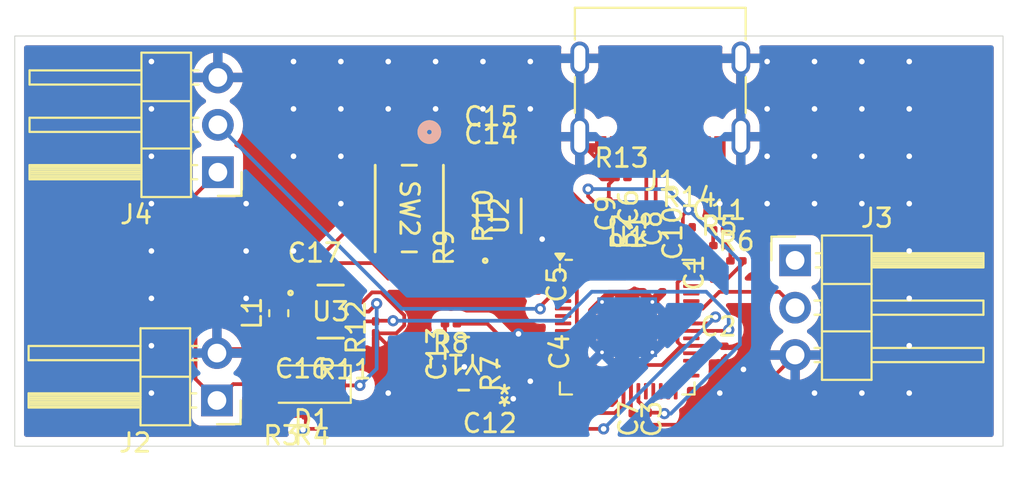
<source format=kicad_pcb>
(kicad_pcb (version 20240108) (generator "pcbnew") (generator_version "8.0")
  (layers (0 "F.Cu" signal) (31 "B.Cu" signal) (34 "B.Paste" user) (35 "F.Paste" user) (36 "B.SilkS" user "B.Silkscreen") (37 "F.SilkS" user "F.Silkscreen") (38 "B.Mask" user) (39 "F.Mask" user) (44 "Edge.Cuts" user))
  (net 0 "")
  (net 1 "/3V3")
  (net 2 "GND")
  (net 3 "/1V1")
  (net 4 "/ADC_AVDD")
  (net 5 "/XIN")
  (net 6 "/XOUT")
  (net 8 "/VSYS")
  (net 9 "/5v")
  (net 10 "/D+")
  (net 12 "/CC2")
  (net 15 "/D-")
  (net 17 "/CC1")
  (net 20 "Net-(U3-LX2)")
  (net 21 "Net-(U3-LX1)")
  (net 22 "Net-(U1-USB_DM)")
  (net 23 "Net-(U1-USB_DP)")
  (net 24 "/GPIO24")
  (net 25 "/ADC_VREF")
  (net 26 "Net-(R7-Pad2)")
  (net 27 "/QSPI_CSN")
  (net 28 "Net-(R9-Pad1)")
  (net 29 "/3V3_EN")
  (net 30 "/GPIO23")
  (net 32 "/QSPI_SD1")
  (net 35 "/LED OUT")
  (net 42 "/QSPI_SD3")
  (net 44 "/RUN")
  (net 49 "/QSPI_SD2")
  (net 55 "/QSPI_SCLK")
  (net 58 "/QSPI_SD0")
  (net 64 "/PWM IN")
  (footprint "Resistor_SMD:R_0201_0603Metric" (layer "F.Cu") (at 129.515 86.07)
    (property "Reference" "R5")
    (property "Value" "1R")
  )
  (footprint "Resistor_SMD:R_0201_0603Metric" (layer "F.Cu") (at 130.43 86.89)
    (property "Reference" "R6")
    (property "Value" "200R")
  )
  (footprint "RT6150B_33GQW:10-WFDFN-EP_RIT" (layer "F.Cu") (at 108.6708 89.610001)
    (property "Reference" "U3")
    (property "Value" "RT6150B-33GQW")
  )
  (footprint "Resistor_SMD:R_0201_0603Metric" (layer "F.Cu") (at 127.895 82.43 180)
    (property "Reference" "R14")
    (property "Value" "5.11K")
  )
  (footprint "Inductor_SMD:L_0603_1608Metric" (layer "F.Cu") (at 105.89 89.697502 90)
    (property "Reference" "L1")
    (property "Value" "L")
  )
  (footprint "PTS815_SJM_250_SMTR_LFS:SW4_PTS815 SJM 250 SMTR LFS_CNK" (layer "F.Cu") (at 112.89 84.0842 -90)
    (property "Reference" "SW2")
    (property "Value" "PTS815 SJM 250 SMTR LFS")
  )
  (footprint "Capacitor_SMD:C_0201_0603Metric" (layer "F.Cu") (at 107.815 87.510002)
    (property "Reference" "C17")
    (property "Value" "0.47uF")
  )
  (footprint "Resistor_SMD:R_0201_0603Metric" (layer "F.Cu") (at 109.415 91.670002 180)
    (property "Reference" "R11")
    (property "Value" "100K")
  )
  (footprint "Capacitor_SMD:C_0201_0603Metric" (layer "F.Cu") (at 126.97 85.155 90)
    (property "Reference" "C8")
    (property "Value" "2u2")
  )
  (footprint "Connector_PinHeader_2.54mm:PinHeader_1x02_P2.54mm_Horizontal" (layer "F.Cu") (at 102.575 94.375 180)
    (property "Reference" "J2")
    (property "Value" "Conn_01x02_Pin")
  )
  (footprint "Capacitor_SMD:C_0201_0603Metric" (layer "F.Cu") (at 124.47 84.355 90)
    (property "Reference" "C9")
    (property "Value" "100nF")
  )
  (footprint "Capacitor_SMD:C_0201_0603Metric" (layer "F.Cu") (at 128.06 85.41 90)
    (property "Reference" "C10")
    (property "Value" "2u2")
  )
  (footprint "Package_DFN_QFN:QFN-56-1EP_7x7mm_P0.4mm_EP3.2x3.2mm_ThermalVias" (layer "F.Cu") (at 124.575 90.445)
    (property "Reference" "U1")
    (property "Value" "RP2040")
  )
  (footprint "Capacitor_SMD:C_0201_0603Metric" (layer "F.Cu") (at 119.895 91.77 -90)
    (property "Reference" "C4")
    (property "Value" "100nF")
  )
  (footprint "Resistor_SMD:R_0201_0603Metric" (layer "F.Cu") (at 111.08 90.455002 90)
    (property "Reference" "R12")
    (property "Value" "100K")
  )
  (footprint "Resistor_SMD:R_0201_0603Metric" (layer "F.Cu") (at 115.8 84.47 -90)
    (property "Reference" "R10")
    (property "Value" "No-Fit")
  )
  (footprint "Capacitor_SMD:C_0201_0603Metric" (layer "F.Cu") (at 129.215 87.52 90)
    (property "Reference" "C1")
    (property "Value" "100nF")
  )
  (footprint "Capacitor_SMD:C_0201_0603Metric" (layer "F.Cu") (at 119.75 88.155 -90)
    (property "Reference" "C5")
    (property "Value" "100nF")
  )
  (footprint "Connector_PinHeader_2.54mm:PinHeader_1x03_P2.54mm_Horizontal" (layer "F.Cu") (at 102.625 82.135 180)
    (property "Reference" "J4")
    (property "Value" "Conn_01x03_Pin")
  )
  (footprint "Resistor_SMD:R_0201_0603Metric" (layer "F.Cu") (at 124.27 82.42)
    (property "Reference" "R13")
    (property "Value" "5.11K")
  )
  (footprint "Capacitor_SMD:C_0201_0603Metric" (layer "F.Cu") (at 117.2037 94.5506 180)
    (property "Reference" "C12")
    (property "Value" "15pF")
  )
  (footprint "W25Q16JVUXIQ_TR:USON-8_UX_2x3x0p6_WIN" (layer "F.Cu") (at 117.71 84.475 90)
    (property "Reference" "U2")
    (property "Value" "W25Q16JVUXIQ TR")
  )
  (footprint "Diode_SMD:D_SOD-123F" (layer "F.Cu") (at 107.54 93.5 180)
    (property "Reference" "D1")
    (property "Value" "D_Schottky")
  )
  (footprint "Resistor_SMD:R_0201_0603Metric" (layer "F.Cu") (at 126.13 85.31 90)
    (property "Reference" "R1")
    (property "Value" "27R")
  )
  (footprint "Capacitor_SMD:C_0201_0603Metric" (layer "F.Cu") (at 129.505 85.22)
    (property "Reference" "C11")
    (property "Value" "2u2")
  )
  (footprint "Resistor_SMD:R_0201_0603Metric" (layer "F.Cu") (at 115.1237 90.2606 180)
    (property "Reference" "R8")
    (property "Value" "63")
  )
  (footprint "ABM8G_12_000MHZ_B4Y_T:CRYSTAL_ABM8G_ABR" (layer "F.Cu") (at 115.81 92.4 180)
    (property "Reference" "Y1")
    (property "Value" "ABM8G-12.000MHZ-B4Y-T")
  )
  (footprint "Capacitor_SMD:C_0201_0603Metric" (layer "F.Cu") (at 129.465 91.47)
    (property "Reference" "C2")
    (property "Value" "100nF")
  )
  (footprint "Connector_USB:USB_C_Receptacle_G-Switch_GT-USB-7010ASV" (layer "F.Cu") (at 126.35 77.105 180)
    (property "Reference" "J1")
    (property "Value" "USB_C_Receptacle_USB2.0_16P")
  )
  (footprint "Connector_PinHeader_2.54mm:PinHeader_1x03_P2.54mm_Horizontal" (layer "F.Cu") (at 133.58 86.86)
    (property "Reference" "J3")
    (property "Value" "Conn_01x03_Pin")
  )
  (footprint "Resistor_SMD:R_0201_0603Metric" (layer "F.Cu") (at 125.3 85.31 90)
    (property "Reference" "R2")
    (property "Value" "27R")
  )
  (footprint "Resistor_SMD:R_0201_0603Metric" (layer "F.Cu") (at 118.3187 92.9456 90)
    (property "Reference" "R7")
    (property "Value" "NO-FIT")
  )
  (footprint "Capacitor_SMD:C_0201_0603Metric" (layer "F.Cu") (at 113.3087 91.8756 -90)
    (property "Reference" "C13")
    (property "Value" "15pF")
  )
  (footprint "Capacitor_SMD:C_0201_0603Metric" (layer "F.Cu") (at 117.28 80.2)
    (property "Reference" "C15")
    (property "Value" "2u2 F")
  )
  (footprint "Resistor_SMD:R_0201_0603Metric" (layer "F.Cu") (at 115.81 86.18 90)
    (property "Reference" "R9")
    (property "Value" "1K")
  )
  (footprint "Resistor_SMD:R_0201_0603Metric" (layer "F.Cu") (at 107.66 95.2 180)
    (property "Reference" "R4")
    (property "Value" "10K")
  )
  (footprint "Capacitor_SMD:C_0201_0603Metric" (layer "F.Cu") (at 107.13 91.620002 180)
    (property "Reference" "C16")
    (property "Value" "0.47uF")
  )
  (footprint "Capacitor_SMD:C_0201_0603Metric" (layer "F.Cu") (at 124.845 95.375 -90)
    (property "Reference" "C3")
    (property "Value" "100nF")
  )
  (footprint "Capacitor_SMD:C_0201_0603Metric" (layer "F.Cu") (at 117.28 81.16)
    (property "Reference" "C14")
    (property "Value" "100nF")
  )
  (footprint "Resistor_SMD:R_0201_0603Metric" (layer "F.Cu") (at 106.04 95.21 180)
    (property "Reference" "R3")
    (property "Value" "5K6")
  )
  (footprint "Capacitor_SMD:C_0201_0603Metric" (layer "F.Cu") (at 125.695 95.35 90)
    (property "Reference" "C7")
    (property "Value" "100nF")
  )
  (footprint "Capacitor_SMD:C_0201_0603Metric" (layer "F.Cu") (at 123.59 84.015 -90)
    (property "Reference" "C6")
    (property "Value" "100nF")
  )
  (gr_rect (start 91.73 74.83) (end 144.73 96.83) (stroke (width 0.05)) (fill none) (layer "Edge.Cuts"))
  (segment (start 107.495 88.5666) (end 107.4516 88.61) (width 0.2) (layer "F.Cu") (net 1))
  (segment (start 116.959999 80.200001) (end 116.96 80.2) (width 0.2) (layer "F.Cu") (net 1))
  (segment (start 116.965 83.022199) (end 116.959999 83.0272) (width 0.2) (layer "F.Cu") (net 1))
  (segment (start 129.958456 87.84) (end 129.215 87.84) (width 0.2) (layer "F.Cu") (net 1))
  (segment (start 126.775 87.0075) (end 126.775 86.47364) (width 0.2) (layer "F.Cu") (net 1))
  (segment (start 116.959999 83.0272) (end 116.959999 80.200001) (width 0.2) (layer "F.Cu") (net 1))
  (segment (start 128.0125 87.845) (end 127.47864 87.845) (width 0.2) (layer "F.Cu") (net 1))
  (segment (start 109.89 88.61) (end 109.290002 88.010002) (width 0.2) (layer "F.Cu") (net 1))
  (segment (start 121.67136 91.445) (end 121.1375 91.445) (width 0.2) (layer "F.Cu") (net 1))
  (segment (start 110.930002 87.010002) (end 111.76 87.84) (width 0.2) (layer "F.Cu") (net 1))
  (segment (start 109.290002 88.010002) (end 108.051598 88.010002) (width 0.2) (layer "F.Cu") (net 1))
  (segment (start 126.775 87.54136) (end 126.57136 87.745) (width 0.2) (layer "F.Cu") (net 1))
  (segment (start 107.495 87.310003) (end 107.495 87.510002) (width 0.2) (layer "F.Cu") (net 1))
  (segment (start 124.47136 87.845) (end 121.1375 87.845) (width 0.2) (layer "F.Cu") (net 1))
  (segment (start 124.775 93.8825) (end 124.775 94.985) (width 0.2) (layer "F.Cu") (net 1))
  (segment (start 108.051598 88.010002) (end 107.4516 88.61) (width 0.2) (layer "F.Cu") (net 1))
  (segment (start 127.51864 85.73) (end 128.06 85.73) (width 0.2) (layer "F.Cu") (net 1))
  (segment (start 119.9 91.445) (end 121.1375 91.445) (width 0.2) (layer "F.Cu") (net 1))
  (segment (start 124.47 84.675) (end 124.775 84.98) (width 0.2) (layer "F.Cu") (net 1))
  (segment (start 124.775 87.54136) (end 124.47136 87.845) (width 0.2) (layer "F.Cu") (net 1))
  (segment (start 126.775 86.47364) (end 127.51864 85.73) (width 0.2) (layer "F.Cu") (net 1))
  (segment (start 125.64864 92.475) (end 126.44864 92.475) (width 0.2) (layer "F.Cu") (net 1))
  (segment (start 121.775 91.445) (end 123.475 93.145) (width 0.2) (layer "F.Cu") (net 1))
  (segment (start 107.495 87.310003) (end 107.795001 87.010002) (width 0.2) (layer "F.Cu") (net 1))
  (segment (start 124.775 84.98) (end 124.775 87.0075) (width 0.2) (layer "F.Cu") (net 1))
  (segment (start 125.175 87.0075) (end 124.775 87.0075) (width 0.2) (layer "F.Cu") (net 1))
  (segment (start 126.775 87.0075) (end 126.775 87.54136) (width 0.2) (layer "F.Cu") (net 1))
  (segment (start 124.775 93.34864) (end 125.64864 92.475) (width 0.2) (layer "F.Cu") (net 1))
  (segment (start 124.775 94.985) (end 124.845 95.055) (width 0.2) (layer "F.Cu") (net 1))
  (segment (start 125.305 87.745) (end 125.175 87.615) (width 0.2) (layer "F.Cu") (net 1))
  (segment (start 127.275 91.24136) (end 127.47864 91.445) (width 0.2) (layer "F.Cu") (net 1))
  (segment (start 111.76 87.84) (end 119.985 87.84) (width 0.2) (layer "F.Cu") (net 1))
  (segment (start 123.475 93.145) (end 124.57136 93.145) (width 0.2) (layer "F.Cu") (net 1))
  (segment (start 121.1375 87.845) (end 121.67136 87.845) (width 0.2) (layer "F.Cu") (net 1))
  (segment (start 127.275 88.04864) (end 127.275 91.24136) (width 0.2) (layer "F.Cu") (net 1))
  (segment (start 127.07864 87.845) (end 126.775 87.54136) (width 0.2) (layer "F.Cu") (net 1))
  (segment (start 116.965 82.985) (end 115.8 84.15) (width 0.2) (layer "F.Cu") (net 1))
  (segment (start 129.175 91.435) (end 129.165 91.445) (width 0.2) (layer "F.Cu") (net 1))
  (segment (start 115.8 84.15) (end 110.655003 84.15) (width 0.2) (layer "F.Cu") (net 1))
  (segment (start 121.67136 87.845) (end 121.875 88.04864) (width 0.2) (layer "F.Cu") (net 1))
  (segment (start 126.44864 92.475) (end 127.47864 91.445) (width 0.2) (layer "F.Cu") (net 1))
  (segment (start 130.75 86.89) (end 130.75 87.048456) (width 0.2) (layer "F.Cu") (net 1))
  (segment (start 127.47864 87.845) (end 127.275 88.04864) (width 0.2) (layer "F.Cu") (net 1))
  (segment (start 107.495 87.510002) (end 107.495 88.5666) (width 0.2) (layer "F.Cu") (net 1))
  (segment (start 124.775 95.04) (end 124.78 95.045) (width 0.2) (layer "F.Cu") (net 1))
  (segment (start 121.875 88.04864) (end 121.875 91.24136) (width 0.2) (layer "F.Cu") (net 1))
  (segment (start 124.775 87.0075) (end 124.775 87.54136) (width 0.2) (layer "F.Cu") (net 1))
  (segment (start 130.75 87.048456) (end 129.958456 87.84) (width 0.2) (layer "F.Cu") (net 1))
  (segment (start 110.655003 84.15) (end 107.495 87.310003) (width 0.2) (layer "F.Cu") (net 1))
  (segment (start 121.875 91.24136) (end 121.67136 91.445) (width 0.2) (layer "F.Cu") (net 1))
  (segment (start 128.0175 87.84) (end 128.0125 87.845) (width 0.2) (layer "F.Cu") (net 1))
  (segment (start 127.47864 91.445) (end 128.0125 91.445) (width 0.2) (layer "F.Cu") (net 1))
  (segment (start 128.0125 87.845) (end 127.07864 87.845) (width 0.2) (layer "F.Cu") (net 1))
  (segment (start 129.215 87.84) (end 128.0175 87.84) (width 0.2) (layer "F.Cu") (net 1))
  (segment (start 124.775 93.8825) (end 124.775 93.34864) (width 0.2) (layer "F.Cu") (net 1))
  (segment (start 125.175 87.615) (end 125.175 87.0075) (width 0.2) (layer "F.Cu") (net 1))
  (segment (start 129.165 91.445) (end 128.0125 91.445) (width 0.2) (layer "F.Cu") (net 1))
  (segment (start 119.985 87.84) (end 121.1325 87.84) (width 0.2) (layer "F.Cu") (net 1))
  (segment (start 107.795001 87.010002) (end 110.930002 87.010002) (width 0.2) (layer "F.Cu") (net 1))
  (segment (start 121.1375 91.445) (end 121.775 91.445) (width 0.2) (layer "F.Cu") (net 1))
  (segment (start 124.57136 93.145) (end 124.775 93.34864) (width 0.2) (layer "F.Cu") (net 1))
  (segment (start 121.1325 87.84) (end 121.1375 87.845) (width 0.2) (layer "F.Cu") (net 1))
  (segment (start 126.57136 87.745) (end 125.305 87.745) (width 0.2) (layer "F.Cu") (net 1))
  (segment (start 112.500598 92.1956) (end 113.3087 92.1956) (width 0.2) (layer "F.Cu") (net 2))
  (segment (start 113.3087 92.4313) (end 111.76 93.98) (width 0.2) (layer "F.Cu") (net 2))
  (segment (start 110.361469 89.110002) (end 110.891471 88.58) (width 0.2) (layer "F.Cu") (net 2))
  (segment (start 111.815001 81.834199) (end 113.964999 81.834199) (width 0.2) (layer "F.Cu") (net 2))
  (segment (start 111.08 90.775002) (end 112.500598 92.1956) (width 0.2) (layer "F.Cu") (net 2))
  (segment (start 107.4516 89.610001) (end 108.6708 89.610001) (width 0.2) (layer "F.Cu") (net 2))
  (segment (start 110.891471 88.58) (end 111.388529 88.58) (width 0.2) (layer "F.Cu") (net 2))
  (segment (start 115.84025 92.57385) (end 115.84025 92.573849) (width 0.2) (layer "F.Cu") (net 2))
  (segment (start 115.840249 92.57385) (end 115.84025 92.57385) (width 0.2) (layer "F.Cu") (net 2))
  (segment (start 123.95 82.42) (end 122.03 80.5) (width 0.2) (layer "F.Cu") (net 2))
  (segment (start 115.84025 92.573849) (end 116.8641 91.549999) (width 0.2) (layer "F.Cu") (net 2))
  (segment (start 117.5237 94.5506) (end 117.5902 94.5506) (width 0.2) (layer "F.Cu") (net 2))
  (segment (start 122.03 80.5) (end 122.03 80.23) (width 0.2) (layer "F.Cu") (net 2))
  (segment (start 112.62 89.811471) (end 112.62 90.348529) (width 0.2) (layer "F.Cu") (net 2))
  (segment (start 112.62 90.348529) (end 112.193527 90.775002) (width 0.2) (layer "F.Cu") (net 2))
  (segment (start 124.845 95.695) (end 125.67 95.695) (width 0.2) (layer "F.Cu") (net 2))
  (segment (start 125.67 95.695) (end 125.695 95.67) (width 0.2) (layer "F.Cu") (net 2))
  (segment (start 123.59 83.695) (end 123.59 82.78) (width 0.2) (layer "F.Cu") (net 2))
  (segment (start 102.789998 91.620002) (end 102.575 91.835) (width 0.2) (layer "F.Cu") (net 2))
  (segment (start 111.388529 88.58) (end 112.62 89.811471) (width 0.2) (layer "F.Cu") (net 2))
  (segment (start 117.5902 94.5506) (end 117.856 94.2848) (width 0.2) (layer "F.Cu") (net 2))
  (segment (start 125.85 95.68) (end 129.84 95.68) (width 0.2) (layer "F.Cu") (net 2))
  (segment (start 123.59 82.78) (end 123.95 82.42) (width 0.2) (layer "F.Cu") (net 2))
  (segment (start 124.13 83.695) (end 124.47 84.035) (width 0.2) (layer "F.Cu") (net 2))
  (segment (start 109.170799 89.110002) (end 109.89 89.110002) (width 0.2) (layer "F.Cu") (net 2))
  (segment (start 108.6708 89.610001) (end 109.170799 89.110002) (width 0.2) (layer "F.Cu") (net 2))
  (segment (start 125.695 95.67) (end 125.84 95.67) (width 0.2) (layer "F.Cu") (net 2))
  (segment (start 112.193527 90.775002) (end 111.08 90.775002) (width 0.2) (layer "F.Cu") (net 2))
  (segment (start 117.856 94.2848) (end 118.4656 94.2848) (width 0.2) (layer "F.Cu") (net 2))
  (segment (start 109.89 89.110002) (end 110.361469 89.110002) (width 0.2) (layer "F.Cu") (net 2))
  (segment (start 123.59 83.695) (end 124.13 83.695) (width 0.2) (layer "F.Cu") (net 2))
  (segment (start 117.6 80.2) (end 117.6 81.16) (width 0.2) (layer "F.Cu") (net 2))
  (segment (start 106.81 91.620002) (end 102.789998 91.620002) (width 0.2) (layer "F.Cu") (net 2))
  (segment (start 114.7559 93.250001) (end 115.164098 93.250001) (width 0.2) (layer "F.Cu") (net 2))
  (segment (start 125.84 95.67) (end 125.85 95.68) (width 0.2) (layer "F.Cu") (net 2))
  (segment (start 115.164098 93.250001) (end 115.840249 92.57385) (width 0.2) (layer "F.Cu") (net 2))
  (segment (start 113.3087 92.1956) (end 113.3087 92.4313) (width 0.2) (layer "F.Cu") (net 2))
  (segment (start 129.84 95.68) (end 133.58 91.94) (width 0.2) (layer "F.Cu") (net 2))
  (via (at 139.7 88.9) (size 0.6) (drill 0.3) (layers "F.Cu" "B.Cu") (net 2))
  (via (at 137.16 83.82) (size 0.6) (drill 0.3) (layers "F.Cu" "B.Cu") (net 2))
  (via (at 111.76 93.98) (size 0.6) (drill 0.3) (layers "F.Cu" "B.Cu") (net 2))
  (via (at 134.62 81.28) (size 0.6) (drill 0.3) (layers "F.Cu" "B.Cu") (net 2))
  (via (at 120.015 85.725) (size 0.6) (drill 0.3) (layers "F.Cu" "B.Cu") (net 2))
  (via (at 118.745 90.805) (size 0.6) (drill 0.3) (layers "F.Cu" "B.Cu") (net 2))
  (via (at 99.06 88.9) (size 0.6) (drill 0.3) (layers "F.Cu" "B.Cu") (net 2))
  (via (at 137.16 93.98) (size 0.6) (drill 0.3) (layers "F.Cu" "B.Cu") (net 2))
  (via (at 118.4656 94.2848) (size 0.6) (drill 0.3) (layers "F.Cu" "B.Cu") (net 2))
  (via (at 104.14 86.36) (size 0.6) (drill 0.3) (layers "F.Cu" "B.Cu") (net 2))
  (via (at 132.08 76.2) (size 0.6) (drill 0.3) (layers "F.Cu" "B.Cu") (net 2))
  (via (at 134.62 78.74) (size 0.6) (drill 0.3) (layers "F.Cu" "B.Cu") (net 2))
  (via (at 116.84 78.74) (size 0.6) (drill 0.3) (layers "F.Cu" "B.Cu") (net 2))
  (via (at 109.22 81.28) (size 0.6) (drill 0.3) (layers "F.Cu" "B.Cu") (net 2))
  (via (at 132.08 81.28) (size 0.6) (drill 0.3) (layers "F.Cu" "B.Cu") (net 2))
  (via (at 139.7 86.36) (size 0.6) (drill 0.3) (layers "F.Cu" "B.Cu") (net 2))
  (via (at 134.62 76.2) (size 0.6) (drill 0.3) (layers "F.Cu" "B.Cu") (net 2))
  (via (at 106.68 86.36) (size 0.6) (drill 0.3) (layers "F.Cu" "B.Cu") (net 2))
  (via (at 99.06 81.28) (size 0.6) (drill 0.3) (layers "F.Cu" "B.Cu") (net 2))
  (via (at 139.7 76.2) (size 0.6) (drill 0.3) (layers "F.Cu" "B.Cu") (net 2))
  (via (at 99.06 76.2) (size 0.6) (drill 0.3) (layers "F.Cu" "B.Cu") (net 2))
  (via (at 132.08 78.74) (size 0.6) (drill 0.3) (layers "F.Cu" "B.Cu") (net 2))
  (via (at 137.16 78.74) (size 0.6) (drill 0.3) (layers "F.Cu" "B.Cu") (net 2))
  (via (at 106.68 81.28) (size 0.6) (drill 0.3) (layers "F.Cu" "B.Cu") (net 2))
  (via (at 99.06 91.44) (size 0.6) (drill 0.3) (layers "F.Cu" "B.Cu") (net 2))
  (via (at 115.84025 92.57385) (size 0.6) (drill 0.3) (layers "F.Cu" "B.Cu") (net 2))
  (via (at 132.08 83.82) (size 0.6) (drill 0.3) (layers "F.Cu" "B.Cu") (net 2))
  (via (at 119.38 93.345) (size 0.6) (drill 0.3) (layers "F.Cu" "B.Cu") (net 2))
  (via (at 129.54 93.98) (size 0.6) (drill 0.3) (layers "F.Cu" "B.Cu") (net 2))
  (via (at 139.7 81.28) (size 0.6) (drill 0.3) (layers "F.Cu" "B.Cu") (net 2))
  (via (at 129.54 83.82) (size 0.6) (drill 0.3) (layers "F.Cu" "B.Cu") (net 2))
  (via (at 114.3 76.2) (size 0.6) (drill 0.3) (layers "F.Cu" "B.Cu") (net 2))
  (via (at 109.22 76.2) (size 0.6) (drill 0.3) (layers "F.Cu" "B.Cu") (net 2))
  (via (at 139.7 83.82) (size 0.6) (drill 0.3) (layers "F.Cu" "B.Cu") (net 2))
  (via (at 134.62 83.82) (size 0.6) (drill 0.3) (layers "F.Cu" "B.Cu") (net 2))
  (via (at 116.84 76.2) (size 0.6) (drill 0.3) (layers "F.Cu" "B.Cu") (net 2))
  (via (at 106.68 78.74) (size 0.6) (drill 0.3) (layers "F.Cu" "B.Cu") (net 2))
  (via (at 104.14 88.9) (size 0.6) (drill 0.3) (layers "F.Cu" "B.Cu") (net 2))
  (via (at 134.62 93.98) (size 0.6) (drill 0.3) (layers "F.Cu" "B.Cu") (net 2))
  (via (at 139.7 91.44) (size 0.6) (drill 0.3) (layers "F.Cu" "B.Cu") (net 2))
  (via (at 99.06 86.36) (size 0.6) (drill 0.3) (layers "F.Cu" "B.Cu") (net 2))
  (via (at 99.06 78.74) (size 0.6) (drill 0.3) (layers "F.Cu" "B.Cu") (net 2))
  (via (at 119.38 76.2) (size 0.6) (drill 0.3) (layers "F.Cu" "B.Cu") (net 2))
  (via (at 99.06 93.98) (size 0.6) (drill 0.3) (layers "F.Cu" "B.Cu") (net 2))
  (via (at 119.38 78.74) (size 0.6) (drill 0.3) (layers "F.Cu" "B.Cu") (net 2))
  (via (at 137.16 76.2) (size 0.6) (drill 0.3) (layers "F.Cu" "B.Cu") (net 2))
  (via (at 111.76 78.74) (size 0.6) (drill 0.3) (layers "F.Cu" "B.Cu") (net 2))
  (via (at 139.7 78.74) (size 0.6) (drill 0.3) (layers "F.Cu" "B.Cu") (net 2))
  (via (at 114.3 78.74) (size 0.6) (drill 0.3) (layers "F.Cu" "B.Cu") (net 2))
  (via (at 109.22 83.82) (size 0.6) (drill 0.3) (layers "F.Cu" "B.Cu") (net 2))
  (via (at 139.7 93.98) (size 0.6) (drill 0.3) (layers "F.Cu" "B.Cu") (net 2))
  (via (at 130.81 92.71) (size 0.6) (drill 0.3) (layers "F.Cu" "B.Cu") (net 2))
  (via (at 99.06 83.82) (size 0.6) (drill 0.3) (layers "F.Cu" "B.Cu") (net 2))
  (via (at 106.68 76.2) (size 0.6) (drill 0.3) (layers "F.Cu" "B.Cu") (net 2))
  (via (at 111.76 76.2) (size 0.6) (drill 0.3) (layers "F.Cu" "B.Cu") (net 2))
  (via (at 137.16 81.28) (size 0.6) (drill 0.3) (layers "F.Cu" "B.Cu") (net 2))
  (via (at 104.14 83.82) (size 0.6) (drill 0.3) (layers "F.Cu" "B.Cu") (net 2))
  (via (at 109.22 78.74) (size 0.6) (drill 0.3) (layers "F.Cu" "B.Cu") (net 2))
  (segment (start 115.84025 92.57385) (end 113.16615 92.57385) (width 0.2) (layer "B.Cu") (net 2))
  (segment (start 113.16615 92.57385) (end 111.76 93.98) (width 0.2) (layer "B.Cu") (net 2))
  (segment (start 126.98 85.625) (end 126.98 85.67) (width 0.2) (layer "F.Cu") (net 3))
  (segment (start 126.97 85.475) (end 127.169999 85.475) (width 0.2) (layer "F.Cu") (net 3))
  (segment (start 127.56 84.44) (end 127.86 84.14) (width 0.2) (layer "F.Cu") (net 3))
  (segment (start 124.375 85.436422) (end 124.375 87.0075) (width 0.2) (layer "F.Cu") (net 3))
  (segment (start 127.128456 85.475) (end 126.97 85.475) (width 0.2) (layer "F.Cu") (net 3))
  (segment (start 122.48 83.424999) (end 122.48 83.04) (width 0.2) (layer "F.Cu") (net 3))
  (segment (start 126.52 95.03) (end 126.57 95.08) (width 0.2) (layer "F.Cu") (net 3))
  (segment (start 123.59 84.651422) (end 124.375 85.436422) (width 0.2) (layer "F.Cu") (net 3))
  (segment (start 125.695 95.03) (end 126.52 95.03) (width 0.2) (layer "F.Cu") (net 3))
  (segment (start 125.695 94.93636) (end 125.175 94.41636) (width 0.2) (layer "F.Cu") (net 3))
  (segment (start 125.695 95.03) (end 125.695 94.93636) (width 0.2) (layer "F.Cu") (net 3))
  (segment (start 123.59 84.335) (end 123.390001 84.335) (width 0.2) (layer "F.Cu") (net 3))
  (segment (start 126.375 86.275) (end 126.375 87.0075) (width 0.2) (layer "F.Cu") (net 3))
  (segment (start 127.56 85.084999) (end 127.56 84.44) (width 0.2) (layer "F.Cu") (net 3))
  (segment (start 123.59 84.335) (end 123.59 84.651422) (width 0.2) (layer "F.Cu") (net 3))
  (segment (start 123.390001 84.335) (end 122.48 83.424999) (width 0.2) (layer "F.Cu") (net 3))
  (segment (start 127.169999 85.475) (end 127.56 85.084999) (width 0.2) (layer "F.Cu") (net 3))
  (segment (start 126.98 85.67) (end 126.375 86.275) (width 0.2) (layer "F.Cu") (net 3))
  (segment (start 125.175 94.41636) (end 125.175 93.8825) (width 0.2) (layer "F.Cu") (net 3))
  (via (at 122.48 83.04) (size 0.6) (drill 0.3) (layers "F.Cu" "B.Cu") (net 3))
  (via (at 127.86 84.14) (size 0.6) (drill 0.3) (layers "F.Cu" "B.Cu") (net 3))
  (via (at 126.57 95.08) (size 0.6) (drill 0.3) (layers "F.Cu" "B.Cu") (net 3))
  (segment (start 126.76 83.04) (end 127.86 84.14) (width 0.2) (layer "B.Cu") (net 3))
  (segment (start 126.916346 95.08) (end 130.62 91.376346) (width 0.2) (layer "B.Cu") (net 3))
  (segment (start 130.62 91.376346) (end 130.62 86.9) (width 0.2) (layer "B.Cu") (net 3))
  (segment (start 122.48 83.04) (end 126.76 83.04) (width 0.2) (layer "B.Cu") (net 3))
  (segment (start 126.57 95.08) (end 126.916346 95.08) (width 0.2) (layer "B.Cu") (net 3))
  (segment (start 130.62 86.9) (end 127.86 84.14) (width 0.2) (layer "B.Cu") (net 3))
  (segment (start 128.2575 87.0075) (end 127.175 87.0075) (width 0.2) (layer "F.Cu") (net 4))
  (segment (start 129.195 86.07) (end 128.2575 87.0075) (width 0.2) (layer "F.Cu") (net 4))
  (segment (start 129.185 86.06) (end 129.195 86.07) (width 0.2) (layer "F.Cu") (net 4))
  (segment (start 129.185 85.22) (end 129.185 86.06) (width 0.2) (layer "F.Cu") (net 4))
  (segment (start 119.6731 94.62) (end 123.77136 94.62) (width 0.2) (layer "F.Cu") (net 5))
  (segment (start 116.8837 93.269601) (end 116.8641 93.250001) (width 0.2) (layer "F.Cu") (net 5))
  (segment (start 123.77136 94.62) (end 123.975 94.41636) (width 0.2) (layer "F.Cu") (net 5))
  (segment (start 116.879699 93.2656) (end 116.8641 93.250001) (width 0.2) (layer "F.Cu") (net 5))
  (segment (start 123.975 94.41636) (end 123.975 93.8825) (width 0.2) (layer "F.Cu") (net 5))
  (segment (start 116.8837 94.5506) (end 116.8837 93.269601) (width 0.2) (layer "F.Cu") (net 5))
  (segment (start 118.3187 93.2656) (end 116.879699 93.2656) (width 0.2) (layer "F.Cu") (net 5))
  (segment (start 118.3187 93.2656) (end 119.6731 94.62) (width 0.2) (layer "F.Cu") (net 5))
  (segment (start 115.054799 95.0506) (end 113.92 93.915801) (width 0.2) (layer "F.Cu") (net 6))
  (segment (start 114.8037 90.2606) (end 114.8037 91.502199) (width 0.2) (layer "F.Cu") (net 6))
  (segment (start 114.750299 91.5556) (end 114.7559 91.549999) (width 0.2) (layer "F.Cu") (net 6))
  (segment (start 113.92 93.915801) (end 113.92 92.385899) (width 0.2) (layer "F.Cu") (net 6))
  (segment (start 113.92 92.385899) (end 114.7559 91.549999) (width 0.2) (layer "F.Cu") (net 6))
  (segment (start 113.3087 91.5556) (end 114.750299 91.5556) (width 0.2) (layer "F.Cu") (net 6))
  (segment (start 114.8037 91.502199) (end 114.7559 91.549999) (width 0.2) (layer "F.Cu") (net 6))
  (segment (start 124.375 94.582046) (end 123.906446 95.0506) (width 0.2) (layer "F.Cu") (net 6))
  (segment (start 124.375 93.8825) (end 124.375 94.582046) (width 0.2) (layer "F.Cu") (net 6))
  (segment (start 123.906446 95.0506) (end 115.054799 95.0506) (width 0.2) (layer "F.Cu") (net 6))
  (segment (start 108.94 91.730002) (end 108.83 91.620002) (width 0.2) (layer "F.Cu") (net 8))
  (segment (start 107.45 90.611602) (end 107.4516 90.610002) (width 0.2) (layer "F.Cu") (net 8))
  (segment (start 109.045 91.620002) (end 109.095 91.670002) (width 0.2) (layer "F.Cu") (net 8))
  (segment (start 109.01 93.57) (end 108.94 93.5) (width 0.2) (layer "F.Cu") (net 8))
  (segment (start 107.45 91.620002) (end 107.45 90.611602) (width 0.2) (layer "F.Cu") (net 8))
  (segment (start 110.24 93.57) (end 109.01 93.57) (width 0.2) (layer "F.Cu") (net 8))
  (segment (start 107.45 91.620002) (end 108.83 91.620002) (width 0.2) (layer "F.Cu") (net 8))
  (segment (start 108.83 91.620002) (end 109.045 91.620002) (width 0.2) (layer "F.Cu") (net 8))
  (segment (start 108.94 93.5) (end 108.94 91.730002) (width 0.2) (layer "F.Cu") (net 8))
  (segment (start 110.709999 89.610001) (end 109.89 89.610001) (width 0.2) (layer "F.Cu") (net 8))
  (segment (start 111.14 89.18) (end 110.709999 89.610001) (width 0.2) (layer "F.Cu") (net 8))
  (segment (start 107.475 90.633402) (end 107.4516 90.610002) (width 0.2) (layer "F.Cu") (net 8))
  (via (at 111.14 89.18) (size 0.6) (drill 0.3) (layers "F.Cu" "B.Cu") (net 8))
  (via (at 110.24 93.57) (size 0.6) (drill 0.3) (layers "F.Cu" "B.Cu") (net 8))
  (segment (start 111.14 89.18) (end 111.14 92.67) (width 0.2) (layer "B.Cu") (net 8))
  (segment (start 111.14 92.67) (end 110.24 93.57) (width 0.2) (layer "B.Cu") (net 8))
  (segment (start 105.72 93.92) (end 106.14 93.5) (width 0.2) (layer "F.Cu") (net 9))
  (segment (start 101.425 93.225) (end 102.575 94.375) (width 0.2) (layer "F.Cu") (net 9))
  (segment (start 105.72 95.21) (end 105.72 93.92) (width 0.2) (layer "F.Cu") (net 9))
  (segment (start 101.425 83.335) (end 101.425 93.225) (width 0.2) (layer "F.Cu") (net 9))
  (segment (start 106.14 93.5) (end 103.45 93.5) (width 0.2) (layer "F.Cu") (net 9))
  (segment (start 102.625 82.135) (end 101.425 83.335) (width 0.2) (layer "F.Cu") (net 9))
  (segment (start 103.45 93.5) (end 102.575 94.375) (width 0.2) (layer "F.Cu") (net 9))
  (segment (start 125.6 79.96) (end 125.65 79.91) (width 0.2) (layer "F.Cu") (net 10))
  (segment (start 125.6 80.83) (end 125.6 79.96) (width 0.2) (layer "F.Cu") (net 10))
  (segment (start 125.65 79.91) (end 126.54 79.91) (width 0.2) (layer "F.Cu") (net 10))
  (segment (start 126.54 79.91) (end 126.6 79.97) (width 0.2) (layer "F.Cu") (net 10))
  (segment (start 125.6 80.83) (end 125.6 84.69) (width 0.2) (layer "F.Cu") (net 10))
  (segment (start 125.6 84.69) (end 125.3 84.99) (width 0.2) (layer "F.Cu") (net 10))
  (segment (start 126.6 79.97) (end 126.6 80.83) (width 0.2) (layer "F.Cu") (net 10))
  (segment (start 124.61 80.84) (end 124.6 80.83) (width 0.2) (layer "F.Cu") (net 12))
  (segment (start 124.61 82.5) (end 124.61 80.84) (width 0.2) (layer "F.Cu") (net 12))
  (segment (start 127.1 81.7) (end 127.05 81.75) (width 0.2) (layer "F.Cu") (net 15))
  (segment (start 127.1 80.83) (end 127.1 81.7) (width 0.2) (layer "F.Cu") (net 15))
  (segment (start 127.05 81.75) (end 126.15 81.75) (width 0.2) (layer "F.Cu") (net 15))
  (segment (start 126.1 84.96) (end 126.13 84.99) (width 0.2) (layer "F.Cu") (net 15))
  (segment (start 126.1 80.83) (end 126.1 84.96) (width 0.2) (layer "F.Cu") (net 15))
  (segment (start 126.15 81.75) (end 126.1 81.7) (width 0.2) (layer "F.Cu") (net 15))
  (segment (start 126.1 81.7) (end 126.1 80.83) (width 0.2) (layer "F.Cu") (net 15))
  (segment (start 127.59 82.5) (end 127.59 80.84) (width 0.2) (layer "F.Cu") (net 17))
  (segment (start 127.59 80.84) (end 127.6 80.83) (width 0.2) (layer "F.Cu") (net 17))
  (segment (start 107.4516 89.110002) (end 106.09 89.110002) (width 0.2) (layer "F.Cu") (net 20))
  (segment (start 106.09 89.110002) (end 105.89 88.910002) (width 0.2) (layer "F.Cu") (net 20))
  (segment (start 107.4516 90.11) (end 106.265002 90.11) (width 0.2) (layer "F.Cu") (net 21))
  (segment (start 106.265002 90.11) (end 105.89 90.485002) (width 0.2) (layer "F.Cu") (net 21))
  (segment (start 126.13 85.63) (end 125.975 85.785) (width 0.2) (layer "F.Cu") (net 22))
  (segment (start 125.975 85.785) (end 125.975 87.0075) (width 0.2) (layer "F.Cu") (net 22))
  (segment (start 125.3 85.63) (end 125.575 85.905) (width 0.2) (layer "F.Cu") (net 23))
  (segment (start 125.575 85.905) (end 125.575 87.0075) (width 0.2) (layer "F.Cu") (net 23))
  (segment (start 107.34 95.2) (end 107.34 95.8) (width 0.2) (layer "F.Cu") (net 24))
  (segment (start 129.31 89.9) (end 128.965 90.245) (width 0.2) (layer "F.Cu") (net 24))
  (segment (start 123.31 95.9) (end 107.24 95.9) (width 0.2) (layer "F.Cu") (net 24))
  (segment (start 107.34 95.8) (end 107.19 95.95) (width 0.2) (layer "F.Cu") (net 24))
  (segment (start 107.24 95.9) (end 107.19 95.95) (width 0.2) (layer "F.Cu") (net 24))
  (segment (start 106.36 95.21) (end 107.33 95.21) (width 0.2) (layer "F.Cu") (net 24))
  (segment (start 128.965 90.245) (end 128.0125 90.245) (width 0.2) (layer "F.Cu") (net 24))
  (via (at 107.19 95.95) (size 0.6) (drill 0.3) (layers "F.Cu" "B.Cu") (net 24))
  (via (at 123.31 95.9) (size 0.6) (drill 0.3) (layers "F.Cu" "B.Cu") (net 24))
  (via (at 129.31 89.9) (size 0.6) (drill 0.3) (layers "F.Cu" "B.Cu") (net 24))
  (segment (start 129.31 89.9) (end 123.31 95.9) (width 0.2) (layer "B.Cu") (net 24))
  (segment (start 123.31 95.9) (end 123.26 95.95) (width 0.2) (layer "B.Cu") (net 24))
  (segment (start 130.11 86.89) (end 130.11 86.345) (width 0.2) (layer "F.Cu") (net 25))
  (segment (start 130.11 86.345) (end 129.835 86.07) (width 0.2) (layer "F.Cu") (net 25))
  (segment (start 115.4437 90.2606) (end 117.076401 90.2606) (width 0.2) (layer "F.Cu") (net 26))
  (segment (start 117.076401 90.2606) (end 118.3187 91.502899) (width 0.2) (layer "F.Cu") (net 26))
  (segment (start 118.3187 91.502899) (end 118.3187 92.6256) (width 0.2) (layer "F.Cu") (net 26))
  (segment (start 116.959999 86.799999) (end 116.959999 85.9228) (width 0.2) (layer "F.Cu") (net 27))
  (segment (start 115.81 85.86) (end 116.897199 85.86) (width 0.2) (layer "F.Cu") (net 27))
  (segment (start 115.81 85.86) (end 115.81 84.8) (width 0.2) (layer "F.Cu") (net 27))
  (segment (start 121.8525 87.13) (end 117.29 87.13) (width 0.2) (layer "F.Cu") (net 27))
  (segment (start 115.81 84.8) (end 115.8 84.79) (width 0.2) (layer "F.Cu") (net 27))
  (segment (start 121.975 87.0075) (end 121.8525 87.13) (width 0.2) (layer "F.Cu") (net 27))
  (segment (start 117.29 87.13) (end 116.959999 86.799999) (width 0.2) (layer "F.Cu") (net 27))
  (segment (start 116.897199 85.86) (end 116.959999 85.9228) (width 0.2) (layer "F.Cu") (net 27))
  (segment (start 111.9808 86.5) (end 115.81 86.5) (width 0.2) (layer "F.Cu") (net 28))
  (segment (start 111.815001 86.334201) (end 111.9808 86.5) (width 0.2) (layer "F.Cu") (net 28))
  (segment (start 109.89 91.515002) (end 109.735 91.670002) (width 0.2) (layer "F.Cu") (net 29))
  (segment (start 109.89 90.610002) (end 109.89 91.515002) (width 0.2) (layer "F.Cu") (net 29))
  (segment (start 129.965 90.645) (end 128.0125 90.645) (width 0.2) (layer "F.Cu") (net 30))
  (segment (start 111.08 90.135002) (end 109.915002 90.135002) (width 0.2) (layer "F.Cu") (net 30))
  (segment (start 111.115002 90.1) (end 111.08 90.135002) (width 0.2) (layer "F.Cu") (net 30))
  (segment (start 109.915002 90.135002) (end 109.89 90.11) (width 0.2) (layer "F.Cu") (net 30))
  (segment (start 112.02 90.1) (end 111.115002 90.1) (width 0.2) (layer "F.Cu") (net 30))
  (segment (start 130.02 90.59) (end 129.965 90.645) (width 0.2) (layer "F.Cu") (net 30))
  (via (at 130.02 90.59) (size 0.6) (drill 0.3) (layers "F.Cu" "B.Cu") (net 30))
  (via (at 112.02 90.1) (size 0.6) (drill 0.3) (layers "F.Cu" "B.Cu") (net 30))
  (segment (start 122.675 88.545) (end 128.815 88.545) (width 0.2) (layer "B.Cu") (net 30))
  (segment (start 112.02 90.1) (end 121.12 90.1) (width 0.2) (layer "B.Cu") (net 30))
  (segment (start 128.815 88.545) (end 130.02 89.75) (width 0.2) (layer "B.Cu") (net 30))
  (segment (start 121.12 90.1) (end 122.675 88.545) (width 0.2) (layer "B.Cu") (net 30))
  (segment (start 130.02 89.75) (end 130.02 90.59) (width 0.2) (layer "B.Cu") (net 30))
  (segment (start 122.375 86.47364) (end 122.375 87.0075) (width 0.2) (layer "F.Cu") (net 32))
  (segment (start 117.46 86.65) (end 121.39864 86.65) (width 0.2) (layer "F.Cu") (net 32))
  (segment (start 122.17136 86.27) (end 122.375 86.47364) (width 0.2) (layer "F.Cu") (net 32))
  (segment (start 117.46 85.9228) (end 117.46 86.65) (width 0.2) (layer "F.Cu") (net 32))
  (segment (start 121.77864 86.27) (end 122.17136 86.27) (width 0.2) (layer "F.Cu") (net 32))
  (segment (start 121.39864 86.65) (end 121.77864 86.27) (width 0.2) (layer "F.Cu") (net 32))
  (segment (start 119.91 89.46) (end 119.91 89.33864) (width 0.2) (layer "F.Cu") (net 35))
  (segment (start 119.91 89.33864) (end 120.60364 88.645) (width 0.2) (layer "F.Cu") (net 35))
  (segment (start 120.60364 88.645) (end 121.1375 88.645) (width 0.2) (layer "F.Cu") (net 35))
  (via (at 119.91 89.46) (size 0.6) (drill 0.3) (layers "F.Cu" "B.Cu") (net 35))
  (segment (start 112.49 89.46) (end 102.625 79.595) (width 0.2) (layer "B.Cu") (net 35))
  (segment (start 119.91 89.46) (end 112.49 89.46) (width 0.2) (layer "B.Cu") (net 35))
  (segment (start 123.975 87.0075) (end 123.975 85.602108) (width 0.2) (layer "F.Cu") (net 42))
  (segment (start 117.46 82.466999) (end 117.46 83.0272) (width 0.2) (layer "F.Cu") (net 42))
  (segment (start 123.975 85.602108) (end 120.293692 81.9208) (width 0.2) (layer "F.Cu") (net 42))
  (segment (start 118.006199 81.9208) (end 117.46 82.466999) (width 0.2) (layer "F.Cu") (net 42))
  (segment (start 120.293692 81.9208) (end 118.006199 81.9208) (width 0.2) (layer "F.Cu") (net 42))
  (segment (start 122.775 86.099166) (end 121.605834 84.93) (width 0.2) (layer "F.Cu") (net 49))
  (segment (start 117.887 85.8498) (end 117.96 85.9228) (width 0.2) (layer "F.Cu") (net 49))
  (segment (start 117.887 85.223) (end 117.887 85.8498) (width 0.2) (layer "F.Cu") (net 49))
  (segment (start 122.775 87.0075) (end 122.775 86.099166) (width 0.2) (layer "F.Cu") (net 49))
  (segment (start 121.605834 84.93) (end 118.18 84.93) (width 0.2) (layer "F.Cu") (net 49))
  (segment (start 118.18 84.93) (end 117.887 85.223) (width 0.2) (layer "F.Cu") (net 49))
  (segment (start 117.96 82.532685) (end 118.171885 82.3208) (width 0.2) (layer "F.Cu") (net 55))
  (segment (start 123.575 85.767794) (end 123.575 87.0075) (width 0.2) (layer "F.Cu") (net 55))
  (segment (start 118.171885 82.3208) (end 120.128006 82.3208) (width 0.2) (layer "F.Cu") (net 55))
  (segment (start 117.96 83.0272) (end 117.96 82.532685) (width 0.2) (layer "F.Cu") (net 55))
  (segment (start 120.128006 82.3208) (end 123.575 85.767794) (width 0.2) (layer "F.Cu") (net 55))
  (segment (start 123.175 85.93348) (end 120.26872 83.0272) (width 0.2) (layer "F.Cu") (net 58))
  (segment (start 120.26872 83.0272) (end 118.460001 83.0272) (width 0.2) (layer "F.Cu") (net 58))
  (segment (start 123.175 87.0075) (end 123.175 85.93348) (width 0.2) (layer "F.Cu") (net 58))
  (segment (start 133.58 89.4) (end 132.73 88.55) (width 0.2) (layer "F.Cu") (net 64))
  (segment (start 132.73 88.55) (end 129.52 88.55) (width 0.2) (layer "F.Cu") (net 64))
  (segment (start 128.625 89.445) (end 128.0125 89.445) (width 0.2) (layer "F.Cu") (net 64))
  (segment (start 129.52 88.55) (end 128.625 89.445) (width 0.2) (layer "F.Cu") (net 64))
  (zone (net 2) (net_name "GND") (layers "F&B.Cu") (connect_pads (clearance 0.5)) (min_thickness 0.25) (fill yes (thermal_gap 0.5) (thermal_bridge_width 0.5))
    (polygon (pts (xy 145.7 74.17) (xy 90.94 73.65) (xy 91 98.71) (xy 145.88 98.53)))
  )
)
</source>
